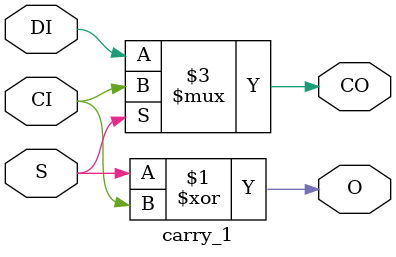
<source format=v>

module  carry_1(
    input   S       ,
    input   DI      ,
    input   CI      ,
    
    output  CO      ,
    output  O

);


wire aw,bw;

/* 
lut_input lut1 (S,aw);
lut_input lut2 (CI,bw);
lut_output lut_o (aw^bw,O); */

xor xor1(O,S,CI);

assign CO=(S==1'b1)?CI:DI;


/* lut_4
#(.INIT(16'h6000))
inst_lut_4_0(
    .a (CI         )  ,
    .b (S         )  ,
    .c (1'b1       )  ,
    .d (1'b1       )  ,

    .o (O           )

);


lut_4
#(.INIT(16'hca00))
inst_lut_4_1(
    .a (DI         )  ,
    .b (CI         )  ,
    .c (S            )  ,
    .d (1'b1        )  ,

    .o (CO           )

); */

endmodule 
</source>
